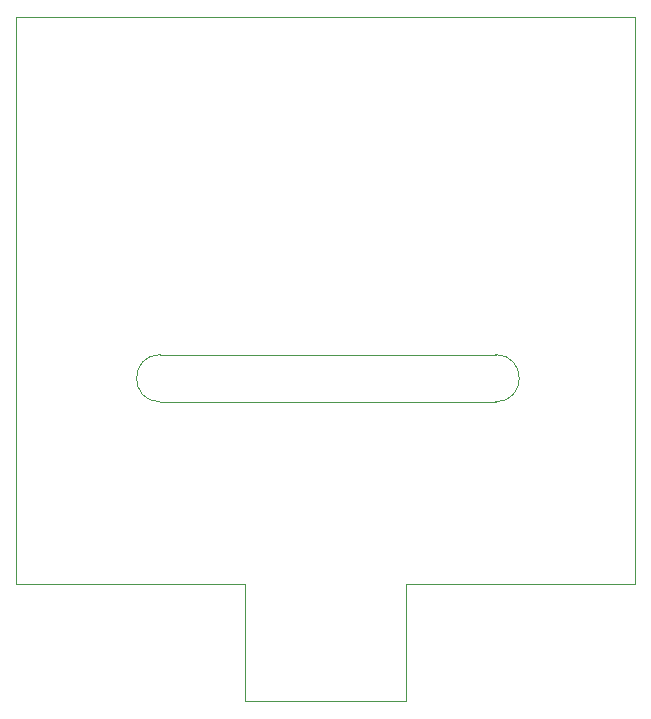
<source format=gbr>
%TF.GenerationSoftware,KiCad,Pcbnew,6.0.5+dfsg-1*%
%TF.CreationDate,2022-06-12T19:51:59+08:00*%
%TF.ProjectId,pcb-backbox,7063622d-6261-4636-9b62-6f782e6b6963,rev?*%
%TF.SameCoordinates,Original*%
%TF.FileFunction,Profile,NP*%
%FSLAX46Y46*%
G04 Gerber Fmt 4.6, Leading zero omitted, Abs format (unit mm)*
G04 Created by KiCad (PCBNEW 6.0.5+dfsg-1) date 2022-06-12 19:51:59*
%MOMM*%
%LPD*%
G01*
G04 APERTURE LIST*
%TA.AperFunction,Profile*%
%ADD10C,0.100000*%
%TD*%
G04 APERTURE END LIST*
D10*
X114800000Y-107400000D02*
X104350000Y-107400000D01*
X123725000Y-117350000D02*
X123725000Y-107400000D01*
X116550000Y-92000000D02*
X144950000Y-92000000D01*
X144950000Y-92000000D02*
G75*
G03*
X144950000Y-88000000I0J2000000D01*
G01*
X137400000Y-117350000D02*
X137400000Y-107450000D01*
X156750000Y-107450000D02*
X156750000Y-105850000D01*
X146300000Y-107450000D02*
X156750000Y-107450000D01*
X123725000Y-117350000D02*
X137400000Y-117350000D01*
X156750000Y-105850000D02*
X156750000Y-59450000D01*
X156750000Y-59450000D02*
X104350000Y-59450000D01*
X144950000Y-88000000D02*
X116550000Y-88000000D01*
X116550000Y-88000000D02*
G75*
G03*
X116550000Y-92000000I0J-2000000D01*
G01*
X104350000Y-107400000D02*
X104350000Y-105850000D01*
X123725000Y-107400000D02*
X114800000Y-107400000D01*
X137400000Y-107450000D02*
X146300000Y-107450000D01*
X104350000Y-59450000D02*
X104350000Y-105850000D01*
M02*

</source>
